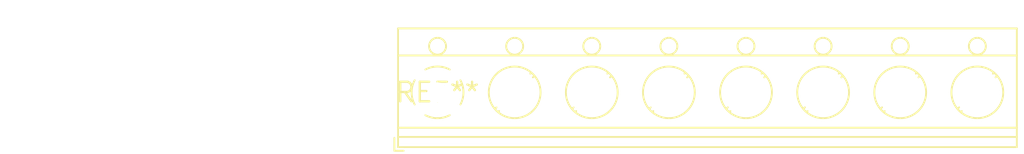
<source format=kicad_pcb>
(kicad_pcb (version 20240108) (generator pcbnew)
  (layers (0 "F.Cu" signal) (31 "B.Cu" signal) (34 "B.Paste" user) (35 "F.Paste" user) (36 "B.SilkS" user "B.Silkscreen") (37 "F.SilkS" user "F.Silkscreen") (38 "B.Mask" user) (39 "F.Mask" user) (44 "Edge.Cuts" user))
  (net 0 "")
  (footprint "TerminalBlock_RND_205-00018_1x08_P5.00mm_Horizontal" (layer "F.Cu") (at 0 0)
    (property "Reference" "REF**")
    (property "Value" "TerminalBlock_RND_205-00018_1x08_P5.00mm_Horizontal")
    (fp_line (start -2.8 2.96) (end -2.8 3.8) (layer "F.SilkS") (stroke (width 0.12)))
    (fp_line (start -2.8 3.8) (end -2.2 3.8) (layer "F.SilkS") (stroke (width 0.12)))
    (fp_line (start -2.56 -4.16) (end -2.56 3.561) (layer "F.SilkS") (stroke (width 0.12)))
    (fp_line (start -2.56 -4.16) (end 37.56 -4.16) (layer "F.SilkS") (stroke (width 0.12)))
    (fp_line (start -2.56 -2.4) (end 37.56 -2.4) (layer "F.SilkS") (stroke (width 0.12)))
    (fp_line (start -2.56 2.3) (end 37.56 2.3) (layer "F.SilkS") (stroke (width 0.12)))
    (fp_line (start -2.56 2.9) (end 37.56 2.9) (layer "F.SilkS") (stroke (width 0.12)))
    (fp_line (start -2.56 3.561) (end 37.56 3.561) (layer "F.SilkS") (stroke (width 0.12)))
    (fp_line (start 3.82 0.976) (end 3.726 1.069) (layer "F.SilkS") (stroke (width 0.12)))
    (fp_line (start 3.99 1.216) (end 3.931 1.274) (layer "F.SilkS") (stroke (width 0.12)))
    (fp_line (start 6.07 -1.275) (end 6.011 -1.216) (layer "F.SilkS") (stroke (width 0.12)))
    (fp_line (start 6.275 -1.069) (end 6.181 -0.976) (layer "F.SilkS") (stroke (width 0.12)))
    (fp_line (start 8.82 0.976) (end 8.726 1.069) (layer "F.SilkS") (stroke (width 0.12)))
    (fp_line (start 8.99 1.216) (end 8.931 1.274) (layer "F.SilkS") (stroke (width 0.12)))
    (fp_line (start 11.07 -1.275) (end 11.011 -1.216) (layer "F.SilkS") (stroke (width 0.12)))
    (fp_line (start 11.275 -1.069) (end 11.181 -0.976) (layer "F.SilkS") (stroke (width 0.12)))
    (fp_line (start 13.82 0.976) (end 13.726 1.069) (layer "F.SilkS") (stroke (width 0.12)))
    (fp_line (start 13.99 1.216) (end 13.931 1.274) (layer "F.SilkS") (stroke (width 0.12)))
    (fp_line (start 16.07 -1.275) (end 16.011 -1.216) (layer "F.SilkS") (stroke (width 0.12)))
    (fp_line (start 16.275 -1.069) (end 16.181 -0.976) (layer "F.SilkS") (stroke (width 0.12)))
    (fp_line (start 18.82 0.976) (end 18.726 1.069) (layer "F.SilkS") (stroke (width 0.12)))
    (fp_line (start 18.99 1.216) (end 18.931 1.274) (layer "F.SilkS") (stroke (width 0.12)))
    (fp_line (start 21.07 -1.275) (end 21.011 -1.216) (layer "F.SilkS") (stroke (width 0.12)))
    (fp_line (start 21.275 -1.069) (end 21.181 -0.976) (layer "F.SilkS") (stroke (width 0.12)))
    (fp_line (start 23.82 0.976) (end 23.726 1.069) (layer "F.SilkS") (stroke (width 0.12)))
    (fp_line (start 23.99 1.216) (end 23.931 1.274) (layer "F.SilkS") (stroke (width 0.12)))
    (fp_line (start 26.07 -1.275) (end 26.011 -1.216) (layer "F.SilkS") (stroke (width 0.12)))
    (fp_line (start 26.275 -1.069) (end 26.181 -0.976) (layer "F.SilkS") (stroke (width 0.12)))
    (fp_line (start 28.82 0.976) (end 28.726 1.069) (layer "F.SilkS") (stroke (width 0.12)))
    (fp_line (start 28.99 1.216) (end 28.931 1.274) (layer "F.SilkS") (stroke (width 0.12)))
    (fp_line (start 31.07 -1.275) (end 31.011 -1.216) (layer "F.SilkS") (stroke (width 0.12)))
    (fp_line (start 31.275 -1.069) (end 31.181 -0.976) (layer "F.SilkS") (stroke (width 0.12)))
    (fp_line (start 33.82 0.976) (end 33.726 1.069) (layer "F.SilkS") (stroke (width 0.12)))
    (fp_line (start 33.99 1.216) (end 33.931 1.274) (layer "F.SilkS") (stroke (width 0.12)))
    (fp_line (start 36.07 -1.275) (end 36.011 -1.216) (layer "F.SilkS") (stroke (width 0.12)))
    (fp_line (start 36.275 -1.069) (end 36.181 -0.976) (layer "F.SilkS") (stroke (width 0.12)))
    (fp_line (start 37.56 -4.16) (end 37.56 3.561) (layer "F.SilkS") (stroke (width 0.12)))
    (fp_arc (start -1.483953 0.789089) (mid -1.680708 5e-05) (end -1.484 -0.789) (layer "F.SilkS") (stroke (width 0.12)))
    (fp_arc (start -0.789089 -1.483953) (mid -5e-05 -1.680708) (end 0.789 -1.484) (layer "F.SilkS") (stroke (width 0.12)))
    (fp_arc (start 0.029383 1.68045) (mid -0.392304 1.634281) (end -0.789 1.484) (layer "F.SilkS") (stroke (width 0.12)))
    (fp_arc (start 0.788712 1.483352) (mid 0.406429 1.630097) (end 0 1.68) (layer "F.SilkS") (stroke (width 0.12)))
    (fp_arc (start 1.483953 -0.789089) (mid 1.680708 -5e-05) (end 1.484 0.789) (layer "F.SilkS") (stroke (width 0.12)))
    (fp_circle (center 0 -3) (end 0.55 -3) (layer "F.SilkS") (stroke (width 0.12)) (fill none))
    (fp_circle (center 5 -3) (end 5.55 -3) (layer "F.SilkS") (stroke (width 0.12)) (fill none))
    (fp_circle (center 5 0) (end 6.68 0) (layer "F.SilkS") (stroke (width 0.12)) (fill none))
    (fp_circle (center 10 -3) (end 10.55 -3) (layer "F.SilkS") (stroke (width 0.12)) (fill none))
    (fp_circle (center 10 0) (end 11.68 0) (layer "F.SilkS") (stroke (width 0.12)) (fill none))
    (fp_circle (center 15 -3) (end 15.55 -3) (layer "F.SilkS") (stroke (width 0.12)) (fill none))
    (fp_circle (center 15 0) (end 16.68 0) (layer "F.SilkS") (stroke (width 0.12)) (fill none))
    (fp_circle (center 20 -3) (end 20.55 -3) (layer "F.SilkS") (stroke (width 0.12)) (fill none))
    (fp_circle (center 20 0) (end 21.68 0) (layer "F.SilkS") (stroke (width 0.12)) (fill none))
    (fp_circle (center 25 -3) (end 25.55 -3) (layer "F.SilkS") (stroke (width 0.12)) (fill none))
    (fp_circle (center 25 0) (end 26.68 0) (layer "F.SilkS") (stroke (width 0.12)) (fill none))
    (fp_circle (center 30 -3) (end 30.55 -3) (layer "F.SilkS") (stroke (width 0.12)) (fill none))
    (fp_circle (center 30 0) (end 31.68 0) (layer "F.SilkS") (stroke (width 0.12)) (fill none))
    (fp_circle (center 35 -3) (end 35.55 -3) (layer "F.SilkS") (stroke (width 0.12)) (fill none))
    (fp_circle (center 35 0) (end 36.68 0) (layer "F.SilkS") (stroke (width 0.12)) (fill none))
    (pad "1" thru_hole rect (at 0 0) (size 2.5 2.5) (drill 1.3) (layers *.Cu *.Mask) (remove_unused_layers))
    (pad "2" thru_hole circle (at 5 0) (size 2.5 2.5) (drill 1.3) (layers *.Cu *.Mask) (remove_unused_layers))
    (pad "3" thru_hole circle (at 10 0) (size 2.5 2.5) (drill 1.3) (layers *.Cu *.Mask) (remove_unused_layers))
    (pad "4" thru_hole circle (at 15 0) (size 2.5 2.5) (drill 1.3) (layers *.Cu *.Mask) (remove_unused_layers))
    (pad "5" thru_hole circle (at 20 0) (size 2.5 2.5) (drill 1.3) (layers *.Cu *.Mask) (remove_unused_layers))
    (pad "6" thru_hole circle (at 25 0) (size 2.5 2.5) (drill 1.3) (layers *.Cu *.Mask) (remove_unused_layers))
    (pad "7" thru_hole circle (at 30 0) (size 2.5 2.5) (drill 1.3) (layers *.Cu *.Mask) (remove_unused_layers))
    (pad "8" thru_hole circle (at 35 0) (size 2.5 2.5) (drill 1.3) (layers *.Cu *.Mask) (remove_unused_layers))
  )
)
</source>
